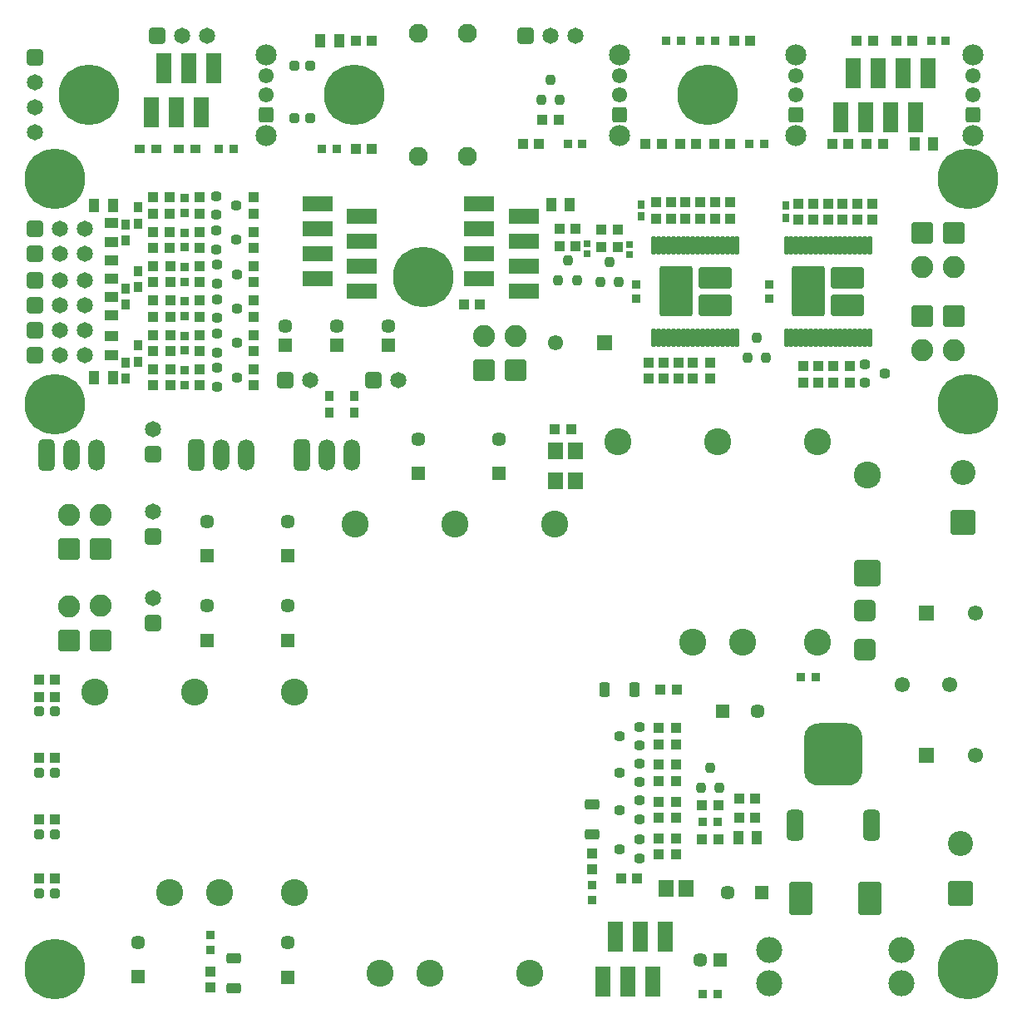
<source format=gbs>
G04*
G04 #@! TF.GenerationSoftware,Altium Limited,Altium Designer,18.1.9 (240)*
G04*
G04 Layer_Color=16711935*
%FSLAX25Y25*%
%MOIN*%
G70*
G01*
G75*
%ADD13C,0.06496*%
G04:AMPARAMS|DCode=14|XSize=64.96mil|YSize=64.96mil|CornerRadius=11.81mil|HoleSize=0mil|Usage=FLASHONLY|Rotation=180.000|XOffset=0mil|YOffset=0mil|HoleType=Round|Shape=RoundedRectangle|*
%AMROUNDEDRECTD14*
21,1,0.06496,0.04134,0,0,180.0*
21,1,0.04134,0.06496,0,0,180.0*
1,1,0.02362,-0.02067,0.02067*
1,1,0.02362,0.02067,0.02067*
1,1,0.02362,0.02067,-0.02067*
1,1,0.02362,-0.02067,-0.02067*
%
%ADD14ROUNDEDRECTD14*%
%ADD15C,0.06102*%
%ADD16R,0.06102X0.06102*%
G04:AMPARAMS|DCode=17|XSize=88.58mil|YSize=88.58mil|CornerRadius=15.35mil|HoleSize=0mil|Usage=FLASHONLY|Rotation=90.000|XOffset=0mil|YOffset=0mil|HoleType=Round|Shape=RoundedRectangle|*
%AMROUNDEDRECTD17*
21,1,0.08858,0.05787,0,0,90.0*
21,1,0.05787,0.08858,0,0,90.0*
1,1,0.03071,0.02894,0.02894*
1,1,0.03071,0.02894,-0.02894*
1,1,0.03071,-0.02894,-0.02894*
1,1,0.03071,-0.02894,0.02894*
%
%ADD17ROUNDEDRECTD17*%
%ADD18C,0.08858*%
%ADD19C,0.08465*%
G04:AMPARAMS|DCode=20|XSize=61.02mil|YSize=61.02mil|CornerRadius=11.22mil|HoleSize=0mil|Usage=FLASHONLY|Rotation=90.000|XOffset=0mil|YOffset=0mil|HoleType=Round|Shape=RoundedRectangle|*
%AMROUNDEDRECTD20*
21,1,0.06102,0.03858,0,0,90.0*
21,1,0.03858,0.06102,0,0,90.0*
1,1,0.02244,0.01929,0.01929*
1,1,0.02244,0.01929,-0.01929*
1,1,0.02244,-0.01929,-0.01929*
1,1,0.02244,-0.01929,0.01929*
%
%ADD20ROUNDEDRECTD20*%
%ADD21C,0.07677*%
%ADD22C,0.05709*%
%ADD23R,0.05709X0.05709*%
%ADD24C,0.10827*%
G04:AMPARAMS|DCode=25|XSize=64.96mil|YSize=64.96mil|CornerRadius=11.81mil|HoleSize=0mil|Usage=FLASHONLY|Rotation=270.000|XOffset=0mil|YOffset=0mil|HoleType=Round|Shape=RoundedRectangle|*
%AMROUNDEDRECTD25*
21,1,0.06496,0.04134,0,0,270.0*
21,1,0.04134,0.06496,0,0,270.0*
1,1,0.02362,-0.02067,-0.02067*
1,1,0.02362,-0.02067,0.02067*
1,1,0.02362,0.02067,0.02067*
1,1,0.02362,0.02067,-0.02067*
%
%ADD25ROUNDEDRECTD25*%
%ADD26O,0.06591X0.12591*%
G04:AMPARAMS|DCode=27|XSize=65.91mil|YSize=125.91mil|CornerRadius=17.95mil|HoleSize=0mil|Usage=FLASHONLY|Rotation=0.000|XOffset=0mil|YOffset=0mil|HoleType=Round|Shape=RoundedRectangle|*
%AMROUNDEDRECTD27*
21,1,0.06591,0.09000,0,0,0.0*
21,1,0.03000,0.12591,0,0,0.0*
1,1,0.03591,0.01500,-0.04500*
1,1,0.03591,-0.01500,-0.04500*
1,1,0.03591,-0.01500,0.04500*
1,1,0.03591,0.01500,0.04500*
%
%ADD27ROUNDEDRECTD27*%
G04:AMPARAMS|DCode=28|XSize=108.27mil|YSize=108.27mil|CornerRadius=18.31mil|HoleSize=0mil|Usage=FLASHONLY|Rotation=270.000|XOffset=0mil|YOffset=0mil|HoleType=Round|Shape=RoundedRectangle|*
%AMROUNDEDRECTD28*
21,1,0.10827,0.07165,0,0,270.0*
21,1,0.07165,0.10827,0,0,270.0*
1,1,0.03661,-0.03583,-0.03583*
1,1,0.03661,-0.03583,0.03583*
1,1,0.03661,0.03583,0.03583*
1,1,0.03661,0.03583,-0.03583*
%
%ADD28ROUNDEDRECTD28*%
%ADD29C,0.10039*%
G04:AMPARAMS|DCode=30|XSize=100.39mil|YSize=100.39mil|CornerRadius=12.4mil|HoleSize=0mil|Usage=FLASHONLY|Rotation=270.000|XOffset=0mil|YOffset=0mil|HoleType=Round|Shape=RoundedRectangle|*
%AMROUNDEDRECTD30*
21,1,0.10039,0.07559,0,0,270.0*
21,1,0.07559,0.10039,0,0,270.0*
1,1,0.02480,-0.03780,-0.03780*
1,1,0.02480,-0.03780,0.03780*
1,1,0.02480,0.03780,0.03780*
1,1,0.02480,0.03780,-0.03780*
%
%ADD30ROUNDEDRECTD30*%
%ADD31R,0.05709X0.05709*%
%ADD32C,0.00591*%
%ADD33C,0.24213*%
%ADD34C,0.10433*%
%ADD102R,0.12402X0.06496*%
%ADD103R,0.04331X0.03937*%
%ADD104R,0.03740X0.03740*%
%ADD105R,0.03347X0.04331*%
%ADD106R,0.05709X0.04134*%
G04:AMPARAMS|DCode=107|XSize=37.4mil|YSize=41.34mil|CornerRadius=10.83mil|HoleSize=0mil|Usage=FLASHONLY|Rotation=90.000|XOffset=0mil|YOffset=0mil|HoleType=Round|Shape=RoundedRectangle|*
%AMROUNDEDRECTD107*
21,1,0.03740,0.01968,0,0,90.0*
21,1,0.01575,0.04134,0,0,90.0*
1,1,0.02165,0.00984,0.00787*
1,1,0.02165,0.00984,-0.00787*
1,1,0.02165,-0.00984,-0.00787*
1,1,0.02165,-0.00984,0.00787*
%
%ADD107ROUNDEDRECTD107*%
%ADD108R,0.03937X0.04331*%
G04:AMPARAMS|DCode=109|XSize=37.4mil|YSize=41.34mil|CornerRadius=10.83mil|HoleSize=0mil|Usage=FLASHONLY|Rotation=180.000|XOffset=0mil|YOffset=0mil|HoleType=Round|Shape=RoundedRectangle|*
%AMROUNDEDRECTD109*
21,1,0.03740,0.01968,0,0,180.0*
21,1,0.01575,0.04134,0,0,180.0*
1,1,0.02165,-0.00787,0.00984*
1,1,0.02165,0.00787,0.00984*
1,1,0.02165,0.00787,-0.00984*
1,1,0.02165,-0.00787,-0.00984*
%
%ADD109ROUNDEDRECTD109*%
%ADD110R,0.03150X0.03543*%
%ADD111O,0.01968X0.07677*%
G04:AMPARAMS|DCode=112|XSize=131.89mil|YSize=84.65mil|CornerRadius=6.89mil|HoleSize=0mil|Usage=FLASHONLY|Rotation=0.000|XOffset=0mil|YOffset=0mil|HoleType=Round|Shape=RoundedRectangle|*
%AMROUNDEDRECTD112*
21,1,0.13189,0.07087,0,0,0.0*
21,1,0.11811,0.08465,0,0,0.0*
1,1,0.01378,0.05906,-0.03543*
1,1,0.01378,-0.05906,-0.03543*
1,1,0.01378,-0.05906,0.03543*
1,1,0.01378,0.05906,0.03543*
%
%ADD112ROUNDEDRECTD112*%
G04:AMPARAMS|DCode=113|XSize=131.89mil|YSize=202.76mil|CornerRadius=9.25mil|HoleSize=0mil|Usage=FLASHONLY|Rotation=0.000|XOffset=0mil|YOffset=0mil|HoleType=Round|Shape=RoundedRectangle|*
%AMROUNDEDRECTD113*
21,1,0.13189,0.18425,0,0,0.0*
21,1,0.11339,0.20276,0,0,0.0*
1,1,0.01850,0.05669,-0.09213*
1,1,0.01850,-0.05669,-0.09213*
1,1,0.01850,-0.05669,0.09213*
1,1,0.01850,0.05669,0.09213*
%
%ADD113ROUNDEDRECTD113*%
%ADD114R,0.06496X0.12402*%
%ADD115R,0.03740X0.03740*%
%ADD116R,0.04134X0.05709*%
G04:AMPARAMS|DCode=117|XSize=37.4mil|YSize=37.4mil|CornerRadius=7.68mil|HoleSize=0mil|Usage=FLASHONLY|Rotation=270.000|XOffset=0mil|YOffset=0mil|HoleType=Round|Shape=RoundedRectangle|*
%AMROUNDEDRECTD117*
21,1,0.03740,0.02205,0,0,270.0*
21,1,0.02205,0.03740,0,0,270.0*
1,1,0.01535,-0.01102,-0.01102*
1,1,0.01535,-0.01102,0.01102*
1,1,0.01535,0.01102,0.01102*
1,1,0.01535,0.01102,-0.01102*
%
%ADD117ROUNDEDRECTD117*%
%ADD118R,0.04331X0.03347*%
G04:AMPARAMS|DCode=119|XSize=41.34mil|YSize=57.09mil|CornerRadius=8.27mil|HoleSize=0mil|Usage=FLASHONLY|Rotation=270.000|XOffset=0mil|YOffset=0mil|HoleType=Round|Shape=RoundedRectangle|*
%AMROUNDEDRECTD119*
21,1,0.04134,0.04055,0,0,270.0*
21,1,0.02480,0.05709,0,0,270.0*
1,1,0.01654,-0.02028,-0.01240*
1,1,0.01654,-0.02028,0.01240*
1,1,0.01654,0.02028,0.01240*
1,1,0.01654,0.02028,-0.01240*
%
%ADD119ROUNDEDRECTD119*%
%ADD120R,0.05906X0.06693*%
G04:AMPARAMS|DCode=121|XSize=68.9mil|YSize=124.02mil|CornerRadius=18.7mil|HoleSize=0mil|Usage=FLASHONLY|Rotation=180.000|XOffset=0mil|YOffset=0mil|HoleType=Round|Shape=RoundedRectangle|*
%AMROUNDEDRECTD121*
21,1,0.06890,0.08661,0,0,180.0*
21,1,0.03150,0.12402,0,0,180.0*
1,1,0.03740,-0.01575,0.04331*
1,1,0.03740,0.01575,0.04331*
1,1,0.03740,0.01575,-0.04331*
1,1,0.03740,-0.01575,-0.04331*
%
%ADD121ROUNDEDRECTD121*%
G04:AMPARAMS|DCode=122|XSize=234.25mil|YSize=250mil|CornerRadius=60.04mil|HoleSize=0mil|Usage=FLASHONLY|Rotation=180.000|XOffset=0mil|YOffset=0mil|HoleType=Round|Shape=RoundedRectangle|*
%AMROUNDEDRECTD122*
21,1,0.23425,0.12992,0,0,180.0*
21,1,0.11417,0.25000,0,0,180.0*
1,1,0.12008,-0.05709,0.06496*
1,1,0.12008,0.05709,0.06496*
1,1,0.12008,0.05709,-0.06496*
1,1,0.12008,-0.05709,-0.06496*
%
%ADD122ROUNDEDRECTD122*%
G04:AMPARAMS|DCode=123|XSize=41.34mil|YSize=57.09mil|CornerRadius=8.27mil|HoleSize=0mil|Usage=FLASHONLY|Rotation=0.000|XOffset=0mil|YOffset=0mil|HoleType=Round|Shape=RoundedRectangle|*
%AMROUNDEDRECTD123*
21,1,0.04134,0.04055,0,0,0.0*
21,1,0.02480,0.05709,0,0,0.0*
1,1,0.01654,0.01240,-0.02028*
1,1,0.01654,-0.01240,-0.02028*
1,1,0.01654,-0.01240,0.02028*
1,1,0.01654,0.01240,0.02028*
%
%ADD123ROUNDEDRECTD123*%
G04:AMPARAMS|DCode=124|XSize=96.46mil|YSize=135.83mil|CornerRadius=16.54mil|HoleSize=0mil|Usage=FLASHONLY|Rotation=0.000|XOffset=0mil|YOffset=0mil|HoleType=Round|Shape=RoundedRectangle|*
%AMROUNDEDRECTD124*
21,1,0.09646,0.10276,0,0,0.0*
21,1,0.06339,0.13583,0,0,0.0*
1,1,0.03307,0.03169,-0.05138*
1,1,0.03307,-0.03169,-0.05138*
1,1,0.03307,-0.03169,0.05138*
1,1,0.03307,0.03169,0.05138*
%
%ADD124ROUNDEDRECTD124*%
G04:AMPARAMS|DCode=125|XSize=84.65mil|YSize=84.65mil|CornerRadius=14.76mil|HoleSize=0mil|Usage=FLASHONLY|Rotation=0.000|XOffset=0mil|YOffset=0mil|HoleType=Round|Shape=RoundedRectangle|*
%AMROUNDEDRECTD125*
21,1,0.08465,0.05512,0,0,0.0*
21,1,0.05512,0.08465,0,0,0.0*
1,1,0.02953,0.02756,-0.02756*
1,1,0.02953,-0.02756,-0.02756*
1,1,0.02953,-0.02756,0.02756*
1,1,0.02953,0.02756,0.02756*
%
%ADD125ROUNDEDRECTD125*%
%ADD126R,0.02559X0.02559*%
D13*
X25748Y310669D02*
D03*
X15748Y310669D02*
D03*
X25748Y289961D02*
D03*
X15748D02*
D03*
X25748Y269961D02*
D03*
X15748Y269961D02*
D03*
X25748Y259842D02*
D03*
X15748D02*
D03*
X151654Y250000D02*
D03*
X53150Y230197D02*
D03*
X5906Y349331D02*
D03*
Y359331D02*
D03*
X74961Y387795D02*
D03*
X64961D02*
D03*
X53150Y197362D02*
D03*
Y162480D02*
D03*
X116220Y250000D02*
D03*
X15748Y279961D02*
D03*
X25748D02*
D03*
X15748Y300669D02*
D03*
X25748Y300669D02*
D03*
X5906Y369331D02*
D03*
X212598Y387795D02*
D03*
X222598D02*
D03*
D14*
X5748Y310669D02*
D03*
Y289961D02*
D03*
Y269961D02*
D03*
Y259842D02*
D03*
X141654Y250000D02*
D03*
X54961Y387795D02*
D03*
X106220Y250000D02*
D03*
X5748Y279961D02*
D03*
Y300669D02*
D03*
X202598Y387795D02*
D03*
D15*
X214567Y264764D02*
D03*
X381890Y372047D02*
D03*
Y364173D02*
D03*
X311024Y372047D02*
D03*
Y364173D02*
D03*
X353740Y127953D02*
D03*
X372638D02*
D03*
X98425Y372047D02*
D03*
Y364173D02*
D03*
X382874Y99410D02*
D03*
Y156496D02*
D03*
X240158Y364173D02*
D03*
Y372047D02*
D03*
D16*
X234252Y264764D02*
D03*
X363189Y99410D02*
D03*
Y156496D02*
D03*
D17*
X185827Y253937D02*
D03*
X198425D02*
D03*
X374213Y275590D02*
D03*
X361614D02*
D03*
Y309055D02*
D03*
X32087Y145669D02*
D03*
Y182087D02*
D03*
X374213Y309055D02*
D03*
X19488Y145591D02*
D03*
Y182087D02*
D03*
D18*
X185827Y267717D02*
D03*
X198425D02*
D03*
X374213Y261811D02*
D03*
X361614D02*
D03*
Y295276D02*
D03*
X32087Y159449D02*
D03*
Y195866D02*
D03*
X374213Y295276D02*
D03*
X19488Y159370D02*
D03*
Y195866D02*
D03*
D19*
X381890Y380315D02*
D03*
Y348031D02*
D03*
X311024Y380315D02*
D03*
Y348031D02*
D03*
X98425Y380315D02*
D03*
Y348031D02*
D03*
X240158D02*
D03*
Y380315D02*
D03*
D20*
X381890Y356299D02*
D03*
X311024D02*
D03*
X98425D02*
D03*
X240158D02*
D03*
D21*
X159449Y388779D02*
D03*
Y339567D02*
D03*
X179134Y388779D02*
D03*
Y339567D02*
D03*
D22*
X106299Y271654D02*
D03*
X126969D02*
D03*
X147638D02*
D03*
X107283Y24409D02*
D03*
X47244Y24606D02*
D03*
X107283Y159449D02*
D03*
X107283Y193268D02*
D03*
X159449Y226378D02*
D03*
X191929Y226378D02*
D03*
X295433Y117126D02*
D03*
X272638Y17717D02*
D03*
X283465Y44488D02*
D03*
X74803Y159449D02*
D03*
X74803Y193268D02*
D03*
D23*
X106299Y263779D02*
D03*
X126969D02*
D03*
X147638D02*
D03*
X107283Y10630D02*
D03*
X47244Y10827D02*
D03*
X107283Y145669D02*
D03*
X107283Y179488D02*
D03*
X159449Y212598D02*
D03*
X191929Y212598D02*
D03*
X74803Y145669D02*
D03*
X74803Y179488D02*
D03*
D24*
X110039Y44488D02*
D03*
X29882Y124803D02*
D03*
X69882D02*
D03*
X109882D02*
D03*
X59882Y44488D02*
D03*
X79882D02*
D03*
X214213Y192362D02*
D03*
X174213D02*
D03*
X134213D02*
D03*
X204213Y12362D02*
D03*
X164213D02*
D03*
X144213D02*
D03*
X289528Y144882D02*
D03*
X269528D02*
D03*
X319528Y225197D02*
D03*
X279528D02*
D03*
X239528D02*
D03*
X319685Y144882D02*
D03*
X339567Y212047D02*
D03*
D25*
X53150Y220197D02*
D03*
Y187362D02*
D03*
Y152480D02*
D03*
X5906Y379331D02*
D03*
D26*
X90709Y220020D02*
D03*
X80709D02*
D03*
X30669Y220020D02*
D03*
X20669D02*
D03*
X133031Y220020D02*
D03*
X123031D02*
D03*
D27*
X70709D02*
D03*
X10669Y220020D02*
D03*
X113031Y220020D02*
D03*
D28*
X339567Y172677D02*
D03*
D29*
X377756Y212756D02*
D03*
X376772Y64134D02*
D03*
D30*
X377756Y192756D02*
D03*
X376772Y44134D02*
D03*
D31*
X281653Y117126D02*
D03*
X280512Y17717D02*
D03*
X297244Y44488D02*
D03*
D32*
X121555Y326772D02*
D03*
X124508D02*
D03*
X127461D02*
D03*
X130413D02*
D03*
X133366D02*
D03*
X136319D02*
D03*
X121555Y334646D02*
D03*
X124508D02*
D03*
X127461D02*
D03*
X130413D02*
D03*
X133366D02*
D03*
X136319D02*
D03*
X186516Y326772D02*
D03*
X189469D02*
D03*
X192421D02*
D03*
X195374D02*
D03*
X198327D02*
D03*
X201279D02*
D03*
X186516Y334646D02*
D03*
X189469D02*
D03*
X192421D02*
D03*
X195374D02*
D03*
X198327D02*
D03*
X201279D02*
D03*
X287894Y326772D02*
D03*
X290846D02*
D03*
X293799D02*
D03*
X296752D02*
D03*
X299705D02*
D03*
X302658D02*
D03*
Y334646D02*
D03*
X299705D02*
D03*
X296752D02*
D03*
X293799D02*
D03*
X290846D02*
D03*
X287894D02*
D03*
D33*
X161417Y291339D02*
D03*
X275590Y364173D02*
D03*
X133858D02*
D03*
X13780Y330709D02*
D03*
X379921D02*
D03*
Y240158D02*
D03*
X13780D02*
D03*
Y13780D02*
D03*
X379921D02*
D03*
X27559Y364173D02*
D03*
D34*
X353287Y8071D02*
D03*
X300256Y21457D02*
D03*
X353287D02*
D03*
X300256Y8071D02*
D03*
D102*
X184055Y320650D02*
D03*
X201772Y315650D02*
D03*
X184055Y310650D02*
D03*
X201772Y305650D02*
D03*
X184055Y300650D02*
D03*
X201772Y295650D02*
D03*
X184055Y290650D02*
D03*
X201772Y285650D02*
D03*
X136811D02*
D03*
X119095Y290650D02*
D03*
X136811Y295650D02*
D03*
X119095Y300650D02*
D03*
X136811Y305650D02*
D03*
X119095Y310650D02*
D03*
X136811Y315650D02*
D03*
X119095Y320650D02*
D03*
D103*
X53228Y316634D02*
D03*
Y323130D02*
D03*
X59961Y316634D02*
D03*
Y323130D02*
D03*
X71772Y316634D02*
D03*
Y323130D02*
D03*
X71850Y302854D02*
D03*
Y309350D02*
D03*
X53228Y309350D02*
D03*
Y302854D02*
D03*
X60118Y289075D02*
D03*
Y295571D02*
D03*
Y275295D02*
D03*
Y281791D02*
D03*
X53228D02*
D03*
Y275295D02*
D03*
X60118Y247736D02*
D03*
Y254232D02*
D03*
X53228D02*
D03*
Y247736D02*
D03*
X71929D02*
D03*
Y254232D02*
D03*
X254921Y314665D02*
D03*
Y321161D02*
D03*
X266732Y321161D02*
D03*
Y314665D02*
D03*
X284449Y321161D02*
D03*
Y314665D02*
D03*
X311973Y314173D02*
D03*
Y320669D02*
D03*
X317878Y314173D02*
D03*
Y320669D02*
D03*
X329689Y314232D02*
D03*
X329689Y320728D02*
D03*
X325850Y255403D02*
D03*
Y248907D02*
D03*
X319945Y248907D02*
D03*
Y255403D02*
D03*
X276472Y250502D02*
D03*
Y256998D02*
D03*
X269685Y256998D02*
D03*
Y250502D02*
D03*
X251969Y256998D02*
D03*
Y250502D02*
D03*
X76378Y6555D02*
D03*
Y13051D02*
D03*
X262795Y104035D02*
D03*
Y110531D02*
D03*
X255906D02*
D03*
Y104035D02*
D03*
Y95768D02*
D03*
Y89272D02*
D03*
X255906Y81004D02*
D03*
Y74508D02*
D03*
X262795D02*
D03*
Y81004D02*
D03*
Y89272D02*
D03*
Y95768D02*
D03*
X229331Y60335D02*
D03*
Y53839D02*
D03*
X262795Y66240D02*
D03*
Y59744D02*
D03*
X255906Y59744D02*
D03*
X255906Y66240D02*
D03*
X272638Y321161D02*
D03*
Y314665D02*
D03*
X323784Y314173D02*
D03*
Y320669D02*
D03*
X263779Y256998D02*
D03*
Y250502D02*
D03*
X314039Y248907D02*
D03*
Y255403D02*
D03*
X257874Y250502D02*
D03*
X257874Y256998D02*
D03*
X260827Y321161D02*
D03*
Y314665D02*
D03*
X335595Y320728D02*
D03*
Y314232D02*
D03*
X278543Y321161D02*
D03*
Y314665D02*
D03*
X341500Y314173D02*
D03*
Y320669D02*
D03*
X332740Y255403D02*
D03*
Y248907D02*
D03*
X93583Y247736D02*
D03*
Y254232D02*
D03*
Y275295D02*
D03*
Y281791D02*
D03*
X93504Y302854D02*
D03*
Y309350D02*
D03*
X60039D02*
D03*
Y302854D02*
D03*
X71929Y281791D02*
D03*
Y275295D02*
D03*
X93583Y268012D02*
D03*
Y261516D02*
D03*
Y295571D02*
D03*
Y289075D02*
D03*
X93425Y323130D02*
D03*
Y316634D02*
D03*
X53228Y268012D02*
D03*
Y261516D02*
D03*
X53228Y295571D02*
D03*
Y289075D02*
D03*
X60118Y268012D02*
D03*
Y261516D02*
D03*
X71929Y268012D02*
D03*
Y261516D02*
D03*
X71929Y295571D02*
D03*
Y289075D02*
D03*
D104*
X65866Y322835D02*
D03*
Y316929D02*
D03*
X65945Y309055D02*
D03*
Y303150D02*
D03*
X66024Y253937D02*
D03*
Y248031D02*
D03*
X300256Y288386D02*
D03*
Y282480D02*
D03*
X76378Y27520D02*
D03*
Y21614D02*
D03*
X229331Y41535D02*
D03*
Y47441D02*
D03*
X247047Y282480D02*
D03*
Y288386D02*
D03*
X66024Y275590D02*
D03*
Y281496D02*
D03*
X66024Y261811D02*
D03*
Y267717D02*
D03*
X66024Y289370D02*
D03*
Y295276D02*
D03*
D105*
X47244Y319193D02*
D03*
Y312697D02*
D03*
X42323Y305807D02*
D03*
X42323Y312303D02*
D03*
X124016Y243406D02*
D03*
Y236910D02*
D03*
X133858Y243406D02*
D03*
Y236910D02*
D03*
X47244Y257382D02*
D03*
Y263878D02*
D03*
X47244Y287106D02*
D03*
Y293602D02*
D03*
X42323Y256988D02*
D03*
Y250492D02*
D03*
Y286713D02*
D03*
Y280217D02*
D03*
D106*
X36417Y305315D02*
D03*
Y312795D02*
D03*
Y267520D02*
D03*
Y260039D02*
D03*
Y283268D02*
D03*
Y275787D02*
D03*
Y290551D02*
D03*
Y298031D02*
D03*
D107*
X78598Y316132D02*
D03*
Y323632D02*
D03*
X86598Y319932D02*
D03*
X78677Y302352D02*
D03*
Y309852D02*
D03*
X86677Y306152D02*
D03*
X78756Y288573D02*
D03*
Y296073D02*
D03*
X86756Y292373D02*
D03*
X78756Y274793D02*
D03*
Y282293D02*
D03*
X86756Y278593D02*
D03*
X78756Y261014D02*
D03*
Y268514D02*
D03*
X86756Y264814D02*
D03*
X78756Y247234D02*
D03*
Y254734D02*
D03*
X86756Y251034D02*
D03*
X338583Y248799D02*
D03*
Y256299D02*
D03*
X346583Y252599D02*
D03*
X248095Y111033D02*
D03*
Y103533D02*
D03*
X240094Y107234D02*
D03*
X248095Y96270D02*
D03*
Y88770D02*
D03*
X240094Y92470D02*
D03*
X248095Y81506D02*
D03*
Y74006D02*
D03*
X240094Y77706D02*
D03*
X248095Y65758D02*
D03*
Y58258D02*
D03*
X240094Y61958D02*
D03*
D108*
X216240Y303602D02*
D03*
X222736D02*
D03*
X232973Y310118D02*
D03*
X239469D02*
D03*
X216240Y310492D02*
D03*
X222736D02*
D03*
X345768Y344488D02*
D03*
X339272D02*
D03*
X325492D02*
D03*
X331988D02*
D03*
X250689D02*
D03*
X257185D02*
D03*
X207972D02*
D03*
X201476D02*
D03*
X134547Y385827D02*
D03*
X141043D02*
D03*
X13917Y73819D02*
D03*
X7421D02*
D03*
X7579Y123031D02*
D03*
X14075D02*
D03*
X7579Y129921D02*
D03*
X14075D02*
D03*
X214272Y230315D02*
D03*
X220768D02*
D03*
X256594Y125787D02*
D03*
X263091D02*
D03*
X273327Y79724D02*
D03*
X279823D02*
D03*
X288248Y82382D02*
D03*
X294744D02*
D03*
X270965Y344488D02*
D03*
X264469D02*
D03*
X294744Y74508D02*
D03*
X288248D02*
D03*
X273327Y65945D02*
D03*
X279823D02*
D03*
X7421Y50197D02*
D03*
X13917D02*
D03*
X240846Y50197D02*
D03*
X247342D02*
D03*
X13917Y98425D02*
D03*
X7421Y98425D02*
D03*
X177854Y280217D02*
D03*
X184350D02*
D03*
X239469Y303228D02*
D03*
X232973D02*
D03*
X351083Y385827D02*
D03*
X357579D02*
D03*
X278248Y344488D02*
D03*
X284744D02*
D03*
X341831Y385827D02*
D03*
X335335D02*
D03*
X286122D02*
D03*
X292618D02*
D03*
X141043Y342520D02*
D03*
X134547D02*
D03*
X209350Y354331D02*
D03*
X215846D02*
D03*
D109*
X223238Y289760D02*
D03*
X215738D02*
D03*
X219438Y297760D02*
D03*
X239970Y289386D02*
D03*
X232470D02*
D03*
X236171Y297386D02*
D03*
X299026Y258982D02*
D03*
X291526D02*
D03*
X295226Y266982D02*
D03*
X212548Y370142D02*
D03*
X208848Y362142D02*
D03*
X216348D02*
D03*
X280325Y86551D02*
D03*
X272825D02*
D03*
X276525Y94551D02*
D03*
D110*
X249016Y320374D02*
D03*
Y315453D02*
D03*
X307051Y319882D02*
D03*
X307051Y314961D02*
D03*
D111*
X287402Y266929D02*
D03*
X285433D02*
D03*
X283465D02*
D03*
X281496D02*
D03*
X279528Y266929D02*
D03*
X277559D02*
D03*
X275591D02*
D03*
X273622Y266929D02*
D03*
X271654D02*
D03*
X269685D02*
D03*
X267717D02*
D03*
X265748Y266929D02*
D03*
X263779Y266929D02*
D03*
X261811D02*
D03*
X259842D02*
D03*
X257874D02*
D03*
X255906D02*
D03*
X253937Y266929D02*
D03*
X287402Y303937D02*
D03*
X285433D02*
D03*
X283465D02*
D03*
X281496Y303937D02*
D03*
X279528D02*
D03*
X277559D02*
D03*
X275591D02*
D03*
X273622Y303937D02*
D03*
X271654D02*
D03*
X269685Y303937D02*
D03*
X267717D02*
D03*
X265748D02*
D03*
X263779D02*
D03*
X261811D02*
D03*
X259842Y303937D02*
D03*
X257874D02*
D03*
X255906D02*
D03*
X253937Y303937D02*
D03*
X307087Y303937D02*
D03*
X309055D02*
D03*
X311024D02*
D03*
X312992D02*
D03*
X314961Y303937D02*
D03*
X316929Y303937D02*
D03*
X318898D02*
D03*
X320866D02*
D03*
X322835D02*
D03*
X324803D02*
D03*
X326772D02*
D03*
X328740D02*
D03*
X330709D02*
D03*
X332677D02*
D03*
X334646Y303937D02*
D03*
X336614Y303937D02*
D03*
X338583D02*
D03*
X340551D02*
D03*
X307087Y266929D02*
D03*
X309055Y266929D02*
D03*
X311024D02*
D03*
X312992D02*
D03*
X314961Y266929D02*
D03*
X316929D02*
D03*
X318898Y266929D02*
D03*
X320866Y266929D02*
D03*
X322835D02*
D03*
X324803Y266929D02*
D03*
X326772D02*
D03*
X328740Y266929D02*
D03*
X330709D02*
D03*
X332677D02*
D03*
X334646Y266929D02*
D03*
X336614D02*
D03*
X338583Y266929D02*
D03*
X340551Y266929D02*
D03*
D112*
X278543Y279921D02*
D03*
Y290945D02*
D03*
X331693D02*
D03*
Y279921D02*
D03*
D113*
X262795Y285433D02*
D03*
X315945D02*
D03*
D114*
X328957Y355315D02*
D03*
X333957Y373031D02*
D03*
X338957Y355315D02*
D03*
X343957Y373031D02*
D03*
X348957Y355315D02*
D03*
X353957Y373031D02*
D03*
X358957Y355315D02*
D03*
X363957Y373031D02*
D03*
X52461Y357283D02*
D03*
X57461Y375000D02*
D03*
X62461Y357283D02*
D03*
X67461Y375000D02*
D03*
X72461Y357283D02*
D03*
X77461Y375000D02*
D03*
X233563Y9055D02*
D03*
X238563Y26772D02*
D03*
X243563Y9055D02*
D03*
X248563Y26772D02*
D03*
X253563Y9055D02*
D03*
X258563Y26772D02*
D03*
D115*
X371063Y385827D02*
D03*
X365158D02*
D03*
X272638D02*
D03*
X278543D02*
D03*
X264764D02*
D03*
X258858D02*
D03*
X219488Y344488D02*
D03*
X225394D02*
D03*
X79724Y342520D02*
D03*
X85630D02*
D03*
X279528Y3937D02*
D03*
X273622D02*
D03*
X318898Y130905D02*
D03*
X312992D02*
D03*
X126969Y342520D02*
D03*
X121063D02*
D03*
X298228Y344488D02*
D03*
X292323D02*
D03*
X273622Y72835D02*
D03*
X279528D02*
D03*
D116*
X358465Y344488D02*
D03*
X365945D02*
D03*
X120276Y385827D02*
D03*
X127756D02*
D03*
X295236Y66634D02*
D03*
X287756D02*
D03*
X212795Y320348D02*
D03*
X220276D02*
D03*
X37205Y250984D02*
D03*
X29724D02*
D03*
X37205Y319882D02*
D03*
X29724D02*
D03*
D117*
X110039Y375813D02*
D03*
X116339D02*
D03*
X7520Y44291D02*
D03*
X13819Y44291D02*
D03*
X7520Y92520D02*
D03*
X13819D02*
D03*
X7520Y117126D02*
D03*
X13819Y117126D02*
D03*
X109978Y354823D02*
D03*
X116277D02*
D03*
X13819Y67913D02*
D03*
X7520D02*
D03*
D118*
X70177Y342520D02*
D03*
X63681D02*
D03*
X47933D02*
D03*
X54429D02*
D03*
D119*
X85630Y6358D02*
D03*
Y18366D02*
D03*
X229331Y79823D02*
D03*
Y67815D02*
D03*
D120*
X214469Y221457D02*
D03*
X222539D02*
D03*
X214469Y209646D02*
D03*
X222539D02*
D03*
X258760Y46260D02*
D03*
X266831D02*
D03*
D121*
X341087Y71693D02*
D03*
X310488D02*
D03*
D122*
X325787Y99961D02*
D03*
D123*
X234154Y125787D02*
D03*
X246161D02*
D03*
D124*
X312992Y42323D02*
D03*
X340551D02*
D03*
D125*
X338583Y157480D02*
D03*
Y141732D02*
D03*
D126*
X244094Y304213D02*
D03*
Y300276D02*
D03*
X227362Y300650D02*
D03*
Y304587D02*
D03*
M02*

</source>
